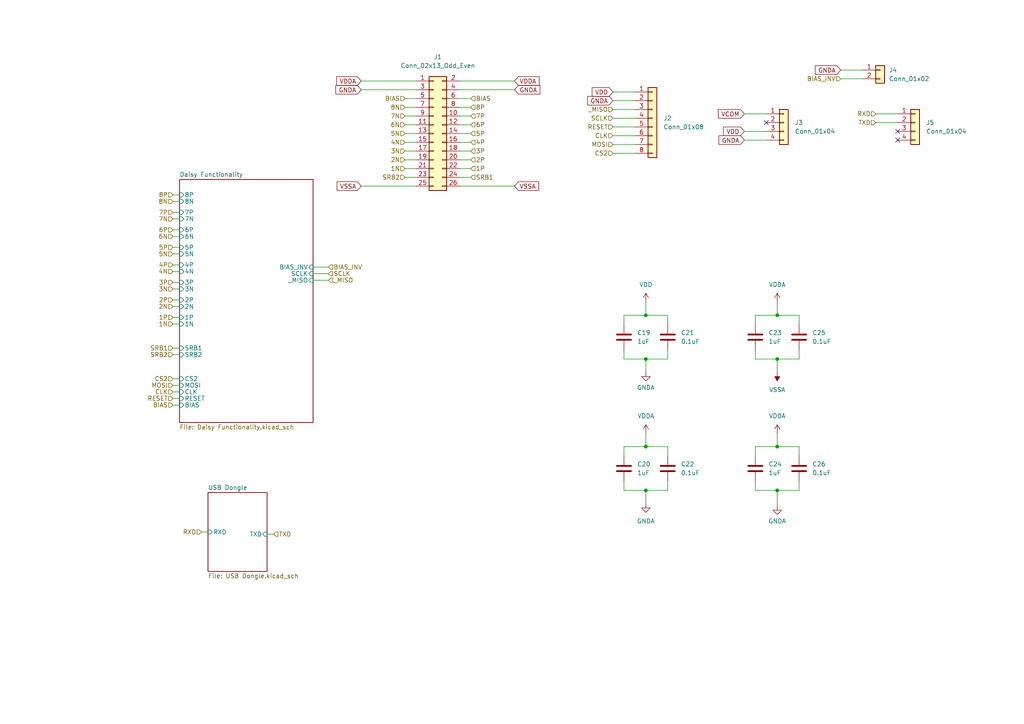
<source format=kicad_sch>
(kicad_sch (version 20211123) (generator eeschema)
  (paper "A4")
  (title_block (date "2023-01-05") (rev "A") (company "Brain-4ce"))
  (lib_symbols
    (symbol "Connector_Generic:Conn_01x02" (pin_names (offset 1.016) hide)
      (property "Reference" "J" (at 0 2.54 0))
      (property "Value" "Conn_01x02" (at 0 -5.08 0))
      (symbol "Conn_01x02_1_1"
        (rectangle (start -1.27 -2.413) (end 0 -2.667) (stroke (width 0.1524)))
        (rectangle (start -1.27 0.127) (end 0 -0.127) (stroke (width 0.1524)))
        (rectangle (start -1.27 1.27) (end 1.27 -3.81) (stroke (width 0.254)) (fill (type background)))
        (pin passive line (at -5.08 0 0) (length 3.81) (name "Pin_1") (number "1"))
        (pin passive line (at -5.08 -2.54 0) (length 3.81) (name "Pin_2") (number "2"))
      )
    )
    (symbol "Connector_Generic:Conn_01x04" (pin_names (offset 1.016) hide)
      (property "Reference" "J" (at 0 5.08 0))
      (property "Value" "Conn_01x04" (at 0 -7.62 0))
      (symbol "Conn_01x04_1_1"
        (rectangle (start -1.27 -4.953) (end 0 -5.207) (stroke (width 0.1524)))
        (rectangle (start -1.27 -2.413) (end 0 -2.667) (stroke (width 0.1524)))
        (rectangle (start -1.27 0.127) (end 0 -0.127) (stroke (width 0.1524)))
        (rectangle (start -1.27 2.667) (end 0 2.413) (stroke (width 0.1524)))
        (rectangle (start -1.27 3.81) (end 1.27 -6.35) (stroke (width 0.254)) (fill (type background)))
        (pin passive line (at -5.08 2.54 0) (length 3.81) (name "Pin_1") (number "1"))
        (pin passive line (at -5.08 0 0) (length 3.81) (name "Pin_2") (number "2"))
        (pin passive line (at -5.08 -2.54 0) (length 3.81) (name "Pin_3") (number "3"))
        (pin passive line (at -5.08 -5.08 0) (length 3.81) (name "Pin_4") (number "4"))
      )
    )
    (symbol "Connector_Generic:Conn_01x08" (pin_names (offset 1.016) hide)
      (property "Reference" "J" (at 0 10.16 0))
      (property "Value" "Conn_01x08" (at 0 -12.7 0))
      (symbol "Conn_01x08_1_1"
        (rectangle (start -1.27 -10.033) (end 0 -10.287) (stroke (width 0.1524)))
        (rectangle (start -1.27 -7.493) (end 0 -7.747) (stroke (width 0.1524)))
        (rectangle (start -1.27 -4.953) (end 0 -5.207) (stroke (width 0.1524)))
        (rectangle (start -1.27 -2.413) (end 0 -2.667) (stroke (width 0.1524)))
        (rectangle (start -1.27 0.127) (end 0 -0.127) (stroke (width 0.1524)))
        (rectangle (start -1.27 2.667) (end 0 2.413) (stroke (width 0.1524)))
        (rectangle (start -1.27 5.207) (end 0 4.953) (stroke (width 0.1524)))
        (rectangle (start -1.27 7.747) (end 0 7.493) (stroke (width 0.1524)))
        (rectangle (start -1.27 8.89) (end 1.27 -11.43) (stroke (width 0.254)) (fill (type background)))
        (pin passive line (at -5.08 7.62 0) (length 3.81) (name "Pin_1") (number "1"))
        (pin passive line (at -5.08 5.08 0) (length 3.81) (name "Pin_2") (number "2"))
        (pin passive line (at -5.08 2.54 0) (length 3.81) (name "Pin_3") (number "3"))
        (pin passive line (at -5.08 0 0) (length 3.81) (name "Pin_4") (number "4"))
        (pin passive line (at -5.08 -2.54 0) (length 3.81) (name "Pin_5") (number "5"))
        (pin passive line (at -5.08 -5.08 0) (length 3.81) (name "Pin_6") (number "6"))
        (pin passive line (at -5.08 -7.62 0) (length 3.81) (name "Pin_7") (number "7"))
        (pin passive line (at -5.08 -10.16 0) (length 3.81) (name "Pin_8") (number "8"))
      )
    )
    (symbol "Connector_Generic:Conn_02x13_Odd_Even" (pin_names (offset 1.016) hide)
      (property "Reference" "J" (at 1.27 17.78 0))
      (property "Value" "Conn_02x13_Odd_Even" (at 1.27 -17.78 0))
      (symbol "Conn_02x13_Odd_Even_1_1"
        (rectangle (start -1.27 -15.113) (end 0 -15.367) (stroke (width 0.1524)))
        (rectangle (start -1.27 -12.573) (end 0 -12.827) (stroke (width 0.1524)))
        (rectangle (start -1.27 -10.033) (end 0 -10.287) (stroke (width 0.1524)))
        (rectangle (start -1.27 -7.493) (end 0 -7.747) (stroke (width 0.1524)))
        (rectangle (start -1.27 -4.953) (end 0 -5.207) (stroke (width 0.1524)))
        (rectangle (start -1.27 -2.413) (end 0 -2.667) (stroke (width 0.1524)))
        (rectangle (start -1.27 0.127) (end 0 -0.127) (stroke (width 0.1524)))
        (rectangle (start -1.27 2.667) (end 0 2.413) (stroke (width 0.1524)))
        (rectangle (start -1.27 5.207) (end 0 4.953) (stroke (width 0.1524)))
        (rectangle (start -1.27 7.747) (end 0 7.493) (stroke (width 0.1524)))
        (rectangle (start -1.27 10.287) (end 0 10.033) (stroke (width 0.1524)))
        (rectangle (start -1.27 12.827) (end 0 12.573) (stroke (width 0.1524)))
        (rectangle (start -1.27 15.367) (end 0 15.113) (stroke (width 0.1524)))
        (rectangle (start -1.27 16.51) (end 3.81 -16.51) (stroke (width 0.254)) (fill (type background)))
        (rectangle (start 3.81 -15.113) (end 2.54 -15.367) (stroke (width 0.1524)))
        (rectangle (start 3.81 -12.573) (end 2.54 -12.827) (stroke (width 0.1524)))
        (rectangle (start 3.81 -10.033) (end 2.54 -10.287) (stroke (width 0.1524)))
        (rectangle (start 3.81 -7.493) (end 2.54 -7.747) (stroke (width 0.1524)))
        (rectangle (start 3.81 -4.953) (end 2.54 -5.207) (stroke (width 0.1524)))
        (rectangle (start 3.81 -2.413) (end 2.54 -2.667) (stroke (width 0.1524)))
        (rectangle (start 3.81 0.127) (end 2.54 -0.127) (stroke (width 0.1524)))
        (rectangle (start 3.81 2.667) (end 2.54 2.413) (stroke (width 0.1524)))
        (rectangle (start 3.81 5.207) (end 2.54 4.953) (stroke (width 0.1524)))
        (rectangle (start 3.81 7.747) (end 2.54 7.493) (stroke (width 0.1524)))
        (rectangle (start 3.81 10.287) (end 2.54 10.033) (stroke (width 0.1524)))
        (rectangle (start 3.81 12.827) (end 2.54 12.573) (stroke (width 0.1524)))
        (rectangle (start 3.81 15.367) (end 2.54 15.113) (stroke (width 0.1524)))
        (pin passive line (at -5.08 15.24 0) (length 3.81) (name "Pin_1") (number "1"))
        (pin passive line (at 7.62 5.08 180) (length 3.81) (name "Pin_10") (number "10"))
        (pin passive line (at -5.08 2.54 0) (length 3.81) (name "Pin_11") (number "11"))
        (pin passive line (at 7.62 2.54 180) (length 3.81) (name "Pin_12") (number "12"))
        (pin passive line (at -5.08 0 0) (length 3.81) (name "Pin_13") (number "13"))
        (pin passive line (at 7.62 0 180) (length 3.81) (name "Pin_14") (number "14"))
        (pin passive line (at -5.08 -2.54 0) (length 3.81) (name "Pin_15") (number "15"))
        (pin passive line (at 7.62 -2.54 180) (length 3.81) (name "Pin_16") (number "16"))
        (pin passive line (at -5.08 -5.08 0) (length 3.81) (name "Pin_17") (number "17"))
        (pin passive line (at 7.62 -5.08 180) (length 3.81) (name "Pin_18") (number "18"))
        (pin passive line (at -5.08 -7.62 0) (length 3.81) (name "Pin_19") (number "19"))
        (pin passive line (at 7.62 15.24 180) (length 3.81) (name "Pin_2") (number "2"))
        (pin passive line (at 7.62 -7.62 180) (length 3.81) (name "Pin_20") (number "20"))
        (pin passive line (at -5.08 -10.16 0) (length 3.81) (name "Pin_21") (number "21"))
        (pin passive line (at 7.62 -10.16 180) (length 3.81) (name "Pin_22") (number "22"))
        (pin passive line (at -5.08 -12.7 0) (length 3.81) (name "Pin_23") (number "23"))
        (pin passive line (at 7.62 -12.7 180) (length 3.81) (name "Pin_24") (number "24"))
        (pin passive line (at -5.08 -15.24 0) (length 3.81) (name "Pin_25") (number "25"))
        (pin passive line (at 7.62 -15.24 180) (length 3.81) (name "Pin_26") (number "26"))
        (pin passive line (at -5.08 12.7 0) (length 3.81) (name "Pin_3") (number "3"))
        (pin passive line (at 7.62 12.7 180) (length 3.81) (name "Pin_4") (number "4"))
        (pin passive line (at -5.08 10.16 0) (length 3.81) (name "Pin_5") (number "5"))
        (pin passive line (at 7.62 10.16 180) (length 3.81) (name "Pin_6") (number "6"))
        (pin passive line (at -5.08 7.62 0) (length 3.81) (name "Pin_7") (number "7"))
        (pin passive line (at 7.62 7.62 180) (length 3.81) (name "Pin_8") (number "8"))
        (pin passive line (at -5.08 5.08 0) (length 3.81) (name "Pin_9") (number "9"))
      )
    )
    (symbol "Device:C" (pin_numbers hide) (pin_names (offset 0.254))
      (property "Reference" "C" (at 0.635 2.54 0))
      (property "Value" "C" (at 0.635 -2.54 0))
      (symbol "C_0_1"
        (polyline (pts (xy -2.032 -0.762) (xy 2.032 -0.762)) (stroke (width 0.508)))
        (polyline (pts (xy -2.032 0.762) (xy 2.032 0.762)) (stroke (width 0.508)))
      )
      (symbol "C_1_1"
        (pin passive line (at 0 3.81 270) (length 2.794) (name "~") (number "1"))
        (pin passive line (at 0 -3.81 90) (length 2.794) (name "~") (number "2"))
      )
    )
    (symbol "power:GNDA" (power) (pin_names (offset 0))
      (property "Value" "GNDA" (at 0 -3.81 0))
      (symbol "GNDA_0_1"
        (polyline (pts (xy 0 0) (xy 0 -1.27) (xy 1.27 -1.27) (xy 0 -2.54) (xy -1.27 -1.27) (xy 0 -1.27)))
      )
      (symbol "GNDA_1_1"
        (pin power_in line (at 0 0 270) (length 0) hide (name "GNDA") (number "1"))
      )
    )
    (symbol "power:VDD" (power) (pin_names (offset 0))
      (property "Value" "VDD" (at 0 3.81 0))
      (symbol "VDD_0_1"
        (polyline (pts (xy -0.762 1.27) (xy 0 2.54)))
        (polyline (pts (xy 0 0) (xy 0 2.54)))
        (polyline (pts (xy 0 2.54) (xy 0.762 1.27)))
      )
      (symbol "VDD_1_1"
        (pin power_in line (at 0 0 90) (length 0) hide (name "VDD") (number "1"))
      )
    )
    (symbol "power:VDDA" (power) (pin_names (offset 0))
      (property "Value" "VDDA" (at 0 3.81 0))
      (symbol "VDDA_0_1"
        (polyline (pts (xy -0.762 1.27) (xy 0 2.54)))
        (polyline (pts (xy 0 0) (xy 0 2.54)))
        (polyline (pts (xy 0 2.54) (xy 0.762 1.27)))
      )
      (symbol "VDDA_1_1"
        (pin power_in line (at 0 0 90) (length 0) hide (name "VDDA") (number "1"))
      )
    )
    (symbol "power:VSSA" (power) (pin_names (offset 0))
      (property "Value" "VSSA" (at 0 3.81 0))
      (symbol "VSSA_0_1"
        (polyline (pts (xy 0 0) (xy 0 2.54)))
        (polyline (pts (xy 0.762 1.27) (xy -0.762 1.27) (xy 0 2.54) (xy 0.762 1.27)) (fill (type outline)))
      )
      (symbol "VSSA_1_1"
        (pin power_in line (at 0 0 90) (length 0) hide (name "VSSA") (number "1"))
      )
    )
  )
  (junction (at 225.425 129.54))
  (junction (at 187.325 104.14))
  (junction (at 225.425 104.14))
  (junction (at 225.425 142.24))
  (junction (at 225.425 91.44))
  (junction (at 187.325 91.44))
  (junction (at 187.325 129.54))
  (junction (at 187.325 142.24))
  (no_connect (at 222.25 35.56))
  (no_connect (at 260.35 40.64))
  (no_connect (at 260.35 38.1))
  (wire (pts (xy 180.975 142.24) (xy 187.325 142.24)))
  (wire (pts (xy 117.475 46.355) (xy 120.65 46.355)))
  (wire (pts (xy 243.84 20.32) (xy 250.19 20.32)))
  (wire (pts (xy 193.675 142.24) (xy 193.675 139.7)))
  (wire (pts (xy 225.425 104.14) (xy 231.775 104.14)))
  (wire (pts (xy 225.425 91.44) (xy 231.775 91.44)))
  (wire (pts (xy 177.8 39.37) (xy 184.15 39.37)))
  (wire (pts (xy 50.165 93.98) (xy 52.07 93.98)))
  (wire (pts (xy 219.075 104.14) (xy 225.425 104.14)))
  (wire (pts (xy 50.165 76.835) (xy 52.07 76.835)))
  (wire (pts (xy 177.8 44.45) (xy 184.15 44.45)))
  (wire (pts (xy 180.975 101.6) (xy 180.975 104.14)))
  (wire (pts (xy 180.975 139.7) (xy 180.975 142.24)))
  (wire (pts (xy 219.075 91.44) (xy 225.425 91.44)))
  (wire (pts (xy 225.425 129.54) (xy 231.775 129.54)))
  (wire (pts (xy 104.775 23.495) (xy 120.65 23.495)))
  (wire (pts (xy 133.35 26.035) (xy 149.225 26.035)))
  (wire (pts (xy 219.075 142.24) (xy 225.425 142.24)))
  (wire (pts (xy 187.325 142.24) (xy 193.675 142.24)))
  (wire (pts (xy 117.475 33.655) (xy 120.65 33.655)))
  (wire (pts (xy 231.775 142.24) (xy 231.775 139.7)))
  (wire (pts (xy 117.475 31.115) (xy 120.65 31.115)))
  (wire (pts (xy 177.8 26.67) (xy 184.15 26.67)))
  (wire (pts (xy 187.325 87.63) (xy 187.325 91.44)))
  (wire (pts (xy 180.975 91.44) (xy 187.325 91.44)))
  (wire (pts (xy 104.775 26.035) (xy 120.65 26.035)))
  (wire (pts (xy 180.975 132.08) (xy 180.975 129.54)))
  (wire (pts (xy 50.165 109.855) (xy 52.07 109.855)))
  (wire (pts (xy 136.525 38.735) (xy 133.35 38.735)))
  (wire (pts (xy 219.075 139.7) (xy 219.075 142.24)))
  (wire (pts (xy 50.165 88.9) (xy 52.07 88.9)))
  (wire (pts (xy 136.525 36.195) (xy 133.35 36.195)))
  (wire (pts (xy 77.47 154.94) (xy 79.375 154.94)))
  (wire (pts (xy 225.425 142.24) (xy 231.775 142.24)))
  (wire (pts (xy 136.525 31.115) (xy 133.35 31.115)))
  (wire (pts (xy 187.325 125.73) (xy 187.325 129.54)))
  (wire (pts (xy 136.525 41.275) (xy 133.35 41.275)))
  (wire (pts (xy 50.165 81.915) (xy 52.07 81.915)))
  (wire (pts (xy 136.525 43.815) (xy 133.35 43.815)))
  (wire (pts (xy 50.165 66.675) (xy 52.07 66.675)))
  (wire (pts (xy 136.525 51.435) (xy 133.35 51.435)))
  (wire (pts (xy 187.325 142.24) (xy 187.325 146.05)))
  (wire (pts (xy 50.165 61.595) (xy 52.07 61.595)))
  (wire (pts (xy 180.975 129.54) (xy 187.325 129.54)))
  (wire (pts (xy 219.075 101.6) (xy 219.075 104.14)))
  (wire (pts (xy 215.9 33.02) (xy 222.25 33.02)))
  (wire (pts (xy 117.475 41.275) (xy 120.65 41.275)))
  (wire (pts (xy 104.775 53.975) (xy 120.65 53.975)))
  (wire (pts (xy 58.42 154.305) (xy 60.325 154.305)))
  (wire (pts (xy 219.075 93.98) (xy 219.075 91.44)))
  (wire (pts (xy 136.525 46.355) (xy 133.35 46.355)))
  (wire (pts (xy 225.425 87.63) (xy 225.425 91.44)))
  (wire (pts (xy 193.675 91.44) (xy 193.675 93.98)))
  (wire (pts (xy 180.975 93.98) (xy 180.975 91.44)))
  (wire (pts (xy 117.475 43.815) (xy 120.65 43.815)))
  (wire (pts (xy 50.165 83.82) (xy 52.07 83.82)))
  (wire (pts (xy 133.35 23.495) (xy 149.225 23.495)))
  (wire (pts (xy 136.525 28.575) (xy 133.35 28.575)))
  (wire (pts (xy 117.475 28.575) (xy 120.65 28.575)))
  (wire (pts (xy 50.165 115.57) (xy 52.07 115.57)))
  (wire (pts (xy 50.165 78.74) (xy 52.07 78.74)))
  (wire (pts (xy 187.325 91.44) (xy 193.675 91.44)))
  (wire (pts (xy 177.8 31.75) (xy 184.15 31.75)))
  (wire (pts (xy 50.165 63.5) (xy 52.07 63.5)))
  (wire (pts (xy 117.475 36.195) (xy 120.65 36.195)))
  (wire (pts (xy 193.675 129.54) (xy 193.675 132.08)))
  (wire (pts (xy 254 33.02) (xy 260.35 33.02)))
  (wire (pts (xy 187.325 104.14) (xy 187.325 107.95)))
  (wire (pts (xy 225.425 125.73) (xy 225.425 129.54)))
  (wire (pts (xy 90.805 81.28) (xy 95.25 81.28)))
  (wire (pts (xy 177.8 29.21) (xy 184.15 29.21)))
  (wire (pts (xy 177.8 36.83) (xy 184.15 36.83)))
  (wire (pts (xy 50.165 111.76) (xy 52.07 111.76)))
  (wire (pts (xy 50.165 56.515) (xy 52.07 56.515)))
  (wire (pts (xy 117.475 51.435) (xy 120.65 51.435)))
  (wire (pts (xy 90.805 77.47) (xy 95.25 77.47)))
  (wire (pts (xy 50.165 102.87) (xy 52.07 102.87)))
  (wire (pts (xy 243.84 22.86) (xy 250.19 22.86)))
  (wire (pts (xy 50.165 71.755) (xy 52.07 71.755)))
  (wire (pts (xy 225.425 142.24) (xy 225.425 146.685)))
  (wire (pts (xy 225.425 104.14) (xy 225.425 107.95)))
  (wire (pts (xy 117.475 48.895) (xy 120.65 48.895)))
  (wire (pts (xy 231.775 91.44) (xy 231.775 93.98)))
  (wire (pts (xy 50.165 92.075) (xy 52.07 92.075)))
  (wire (pts (xy 215.9 38.1) (xy 222.25 38.1)))
  (wire (pts (xy 177.8 34.29) (xy 184.15 34.29)))
  (wire (pts (xy 136.525 48.895) (xy 133.35 48.895)))
  (wire (pts (xy 187.325 129.54) (xy 193.675 129.54)))
  (wire (pts (xy 219.075 132.08) (xy 219.075 129.54)))
  (wire (pts (xy 50.165 100.965) (xy 52.07 100.965)))
  (wire (pts (xy 215.9 40.64) (xy 222.25 40.64)))
  (wire (pts (xy 50.165 86.995) (xy 52.07 86.995)))
  (wire (pts (xy 50.165 73.66) (xy 52.07 73.66)))
  (wire (pts (xy 50.165 117.475) (xy 52.07 117.475)))
  (wire (pts (xy 90.805 79.375) (xy 95.25 79.375)))
  (wire (pts (xy 187.325 104.14) (xy 193.675 104.14)))
  (wire (pts (xy 193.675 104.14) (xy 193.675 101.6)))
  (wire (pts (xy 254 35.56) (xy 260.35 35.56)))
  (wire (pts (xy 177.8 41.91) (xy 184.15 41.91)))
  (wire (pts (xy 50.165 58.42) (xy 52.07 58.42)))
  (wire (pts (xy 136.525 33.655) (xy 133.35 33.655)))
  (wire (pts (xy 219.075 129.54) (xy 225.425 129.54)))
  (wire (pts (xy 117.475 38.735) (xy 120.65 38.735)))
  (wire (pts (xy 149.225 53.975) (xy 133.35 53.975)))
  (wire (pts (xy 231.775 129.54) (xy 231.775 132.08)))
  (wire (pts (xy 231.775 104.14) (xy 231.775 101.6)))
  (wire (pts (xy 50.165 68.58) (xy 52.07 68.58)))
  (wire (pts (xy 180.975 104.14) (xy 187.325 104.14)))
  (wire (pts (xy 50.165 113.665) (xy 52.07 113.665)))
  (global_label "GNDA" (shape input) (at 215.9 40.64 180) (property "Intersheet References" "${INTERSHEET_REFS}" (effects hide)))
  (global_label "VSSA" (shape input) (at 104.775 53.975 180) (property "Intersheet References" "${INTERSHEET_REFS}" (effects hide)))
  (global_label "VDDA" (shape input) (at 104.775 23.495 180) (property "Intersheet References" "${INTERSHEET_REFS}" (effects hide)))
  (global_label "GNDA" (shape input) (at 104.775 26.035 180) (property "Intersheet References" "${INTERSHEET_REFS}" (effects hide)))
  (global_label "VDDA" (shape input) (at 149.225 23.495 0) (property "Intersheet References" "${INTERSHEET_REFS}" (effects hide)))
  (global_label "VDD" (shape input) (at 215.9 38.1 180) (property "Intersheet References" "${INTERSHEET_REFS}" (effects hide)))
  (global_label "GNDA" (shape input) (at 149.225 26.035 0) (property "Intersheet References" "${INTERSHEET_REFS}" (effects hide)))
  (global_label "VSSA" (shape input) (at 149.225 53.975 0) (property "Intersheet References" "${INTERSHEET_REFS}" (effects hide)))
  (global_label "GNDA" (shape input) (at 177.8 29.21 180) (property "Intersheet References" "${INTERSHEET_REFS}" (effects hide)))
  (global_label "VCOM" (shape input) (at 215.9 33.02 180) (property "Intersheet References" "${INTERSHEET_REFS}" (effects hide)))
  (global_label "VDD" (shape input) (at 177.8 26.67 180) (property "Intersheet References" "${INTERSHEET_REFS}" (effects hide)))
  (global_label "GNDA" (shape input) (at 243.84 20.32 180) (property "Intersheet References" "${INTERSHEET_REFS}" (effects hide)))
  (hierarchical_label "RXD" (shape input) (at 254 33.02 180))
  (hierarchical_label "RESET" (shape input) (at 50.165 115.57 180))
  (hierarchical_label "2N" (shape input) (at 117.475 46.355 180))
  (hierarchical_label "MOSI" (shape input) (at 50.165 111.76 180))
  (hierarchical_label "_MISO" (shape input) (at 95.25 81.28 0))
  (hierarchical_label "RXD" (shape input) (at 58.42 154.305 180))
  (hierarchical_label "BIAS" (shape input) (at 136.525 28.575 0))
  (hierarchical_label "8N" (shape input) (at 117.475 31.115 180))
  (hierarchical_label "7P" (shape input) (at 50.165 61.595 180))
  (hierarchical_label "1P" (shape input) (at 136.525 48.895 0))
  (hierarchical_label "6N" (shape input) (at 50.165 68.58 180))
  (hierarchical_label "SRB1" (shape input) (at 50.165 100.965 180))
  (hierarchical_label "5P" (shape input) (at 50.165 71.755 180))
  (hierarchical_label "BIAS_INV" (shape input) (at 95.25 77.47 0))
  (hierarchical_label "5N" (shape input) (at 50.165 73.66 180))
  (hierarchical_label "_MISO" (shape input) (at 177.8 31.75 180))
  (hierarchical_label "CS2" (shape input) (at 50.165 109.855 180))
  (hierarchical_label "2P" (shape input) (at 50.165 86.995 180))
  (hierarchical_label "CLK" (shape input) (at 50.165 113.665 180))
  (hierarchical_label "4P" (shape input) (at 136.525 41.275 0))
  (hierarchical_label "CS2" (shape input) (at 177.8 44.45 180))
  (hierarchical_label "1N" (shape input) (at 117.475 48.895 180))
  (hierarchical_label "6N" (shape input) (at 117.475 36.195 180))
  (hierarchical_label "6P" (shape input) (at 136.525 36.195 0))
  (hierarchical_label "1P" (shape input) (at 50.165 92.075 180))
  (hierarchical_label "BIAS_INV" (shape input) (at 243.84 22.86 180))
  (hierarchical_label "TXD" (shape input) (at 79.375 154.94 0))
  (hierarchical_label "7P" (shape input) (at 136.525 33.655 0))
  (hierarchical_label "8P" (shape input) (at 136.525 31.115 0))
  (hierarchical_label "MOSI" (shape input) (at 177.8 41.91 180))
  (hierarchical_label "5P" (shape input) (at 136.525 38.735 0))
  (hierarchical_label "CLK" (shape input) (at 177.8 39.37 180))
  (hierarchical_label "BIAS" (shape input) (at 50.165 117.475 180))
  (hierarchical_label "4N" (shape input) (at 50.165 78.74 180))
  (hierarchical_label "4P" (shape input) (at 50.165 76.835 180))
  (hierarchical_label "SCLK" (shape input) (at 95.25 79.375 0))
  (hierarchical_label "TXD" (shape input) (at 254 35.56 180))
  (hierarchical_label "3N" (shape input) (at 117.475 43.815 180))
  (hierarchical_label "5N" (shape input) (at 117.475 38.735 180))
  (hierarchical_label "SRB2" (shape input) (at 50.165 102.87 180))
  (hierarchical_label "2N" (shape input) (at 50.165 88.9 180))
  (hierarchical_label "6P" (shape input) (at 50.165 66.675 180))
  (hierarchical_label "1N" (shape input) (at 50.165 93.98 180))
  (hierarchical_label "SCLK" (shape input) (at 177.8 34.29 180))
  (hierarchical_label "2P" (shape input) (at 136.525 46.355 0))
  (hierarchical_label "8N" (shape input) (at 50.165 58.42 180))
  (hierarchical_label "SRB2" (shape input) (at 117.475 51.435 180))
  (hierarchical_label "RESET" (shape input) (at 177.8 36.83 180))
  (hierarchical_label "BIAS" (shape input) (at 117.475 28.575 180))
  (hierarchical_label "3P" (shape input) (at 50.165 81.915 180))
  (hierarchical_label "3P" (shape input) (at 136.525 43.815 0))
  (hierarchical_label "3N" (shape input) (at 50.165 83.82 180))
  (hierarchical_label "7N" (shape input) (at 117.475 33.655 180))
  (hierarchical_label "SRB1" (shape input) (at 136.525 51.435 0))
  (hierarchical_label "7N" (shape input) (at 50.165 63.5 180))
  (hierarchical_label "4N" (shape input) (at 117.475 41.275 180))
  (hierarchical_label "8P" (shape input) (at 50.165 56.515 180))
  (symbol (lib_id "power:GNDA") (at 187.325 146.05 0) (unit 1)
    (property "Reference" "#PWR04" (effects hide))
    (property "Value" "GNDA" (at 187.325 151.13 0))
  )
  (symbol (lib_id "power:GNDA") (at 225.425 146.685 0) (unit 1)
    (property "Reference" "#PWR08" (effects hide))
    (property "Value" "GNDA" (at 225.425 151.13 0))
  )
  (symbol (lib_id "power:VDDA") (at 187.325 125.73 0) (unit 1)
    (property "Reference" "#PWR03" (effects hide))
    (property "Value" "VDDA" (at 187.325 120.65 0))
  )
  (symbol (lib_id "Connector_Generic:Conn_01x02") (at 255.27 20.32 0) (unit 1)
    (property "Reference" "J4" (at 257.81 20.3199 0) (effects (justify left)))
    (property "Value" "Conn_01x02" (at 257.81 22.8599 0) (effects (justify left)))
  )
  (symbol (lib_id "power:VDD") (at 187.325 87.63 0) (unit 1)
    (property "Reference" "#PWR01" (effects hide))
    (property "Value" "VDD" (at 187.325 82.55 0))
  )
  (symbol (lib_id "Device:C") (at 193.675 135.89 0) (unit 1)
    (property "Reference" "C22" (at 197.485 134.6199 0) (effects (justify left)))
    (property "Value" "0.1uF" (at 197.485 137.1599 0) (effects (justify left)))
  )
  (symbol (lib_id "Connector_Generic:Conn_01x08") (at 189.23 34.29 0) (unit 1)
    (property "Reference" "J2" (at 192.405 34.2899 0) (effects (justify left)))
    (property "Value" "Conn_01x08" (at 192.405 36.8299 0) (effects (justify left)))
  )
  (symbol (lib_id "Device:C") (at 231.775 135.89 0) (unit 1)
    (property "Reference" "C26" (at 235.585 134.6199 0) (effects (justify left)))
    (property "Value" "0.1uF" (at 235.585 137.1599 0) (effects (justify left)))
  )
  (symbol (lib_id "power:GNDA") (at 187.325 107.95 0) (unit 1)
    (property "Reference" "#PWR02" (effects hide))
    (property "Value" "GNDA" (at 187.325 112.395 0))
  )
  (symbol (lib_id "Device:C") (at 219.075 97.79 0) (unit 1)
    (property "Reference" "C23" (at 222.885 96.5199 0) (effects (justify left)))
    (property "Value" "1uF" (at 222.885 99.0599 0) (effects (justify left)))
  )
  (symbol (lib_id "Device:C") (at 193.675 97.79 0) (unit 1)
    (property "Reference" "C21" (at 197.485 96.5199 0) (effects (justify left)))
    (property "Value" "0.1uF" (at 197.485 99.0599 0) (effects (justify left)))
  )
  (symbol (lib_id "power:VDDA") (at 225.425 87.63 0) (unit 1)
    (property "Reference" "#PWR05" (effects hide))
    (property "Value" "VDDA" (at 225.425 82.55 0))
  )
  (symbol (lib_id "power:VDDA") (at 225.425 125.73 0) (unit 1)
    (property "Reference" "#PWR07" (effects hide))
    (property "Value" "VDDA" (at 225.425 120.65 0))
  )
  (symbol (lib_id "Device:C") (at 180.975 97.79 0) (unit 1)
    (property "Reference" "C19" (at 184.785 96.5199 0) (effects (justify left)))
    (property "Value" "1uF" (at 184.785 99.0599 0) (effects (justify left)))
  )
  (symbol (lib_id "Connector_Generic:Conn_02x13_Odd_Even") (at 125.73 38.735 0) (unit 1)
    (property "Reference" "J1" (at 127 16.51 0))
    (property "Value" "Conn_02x13_Odd_Even" (at 127 19.05 0))
  )
  (symbol (lib_id "Device:C") (at 219.075 135.89 0) (unit 1)
    (property "Reference" "C24" (at 222.885 134.6199 0) (effects (justify left)))
    (property "Value" "1uF" (at 222.885 137.1599 0) (effects (justify left)))
  )
  (symbol (lib_id "power:VSSA") (at 225.425 107.95 180) (unit 1)
    (property "Reference" "#PWR06" (effects hide))
    (property "Value" "VSSA" (at 225.425 113.03 0))
  )
  (symbol (lib_id "Device:C") (at 231.775 97.79 0) (unit 1)
    (property "Reference" "C25" (at 235.585 96.5199 0) (effects (justify left)))
    (property "Value" "0.1uF" (at 235.585 99.0599 0) (effects (justify left)))
  )
  (symbol (lib_id "Device:C") (at 180.975 135.89 0) (unit 1)
    (property "Reference" "C20" (at 184.785 134.6199 0) (effects (justify left)))
    (property "Value" "1uF" (at 184.785 137.1599 0) (effects (justify left)))
  )
  (symbol (lib_id "Connector_Generic:Conn_01x04") (at 265.43 35.56 0) (unit 1)
    (property "Reference" "J5" (at 268.605 35.5599 0) (effects (justify left)))
    (property "Value" "Conn_01x04" (at 268.605 38.0999 0) (effects (justify left)))
  )
  (symbol (lib_id "Connector_Generic:Conn_01x04") (at 227.33 35.56 0) (unit 1)
    (property "Reference" "J3" (at 230.505 35.5599 0) (effects (justify left)))
    (property "Value" "Conn_01x04" (at 230.505 38.0999 0) (effects (justify left)))
  )
  (sheet (at 52.07 52.07) (size 38.735 70.485) (stroke (width 0.1524))
    (property "Sheet name" "Daisy Functionality" (at 52.07 51.3584 0) (effects (justify left bottom)))
    (property "Sheet file" "Daisy Functionality.kicad_sch" (at 52.07 123.1396 0) (effects (justify left top)))
    (pin "BIAS" input (at 52.07 117.475 180))
    (pin "5N" input (at 52.07 73.66 180))
    (pin "7N" input (at 52.07 63.5 180))
    (pin "6N" input (at 52.07 68.58 180))
    (pin "7P" input (at 52.07 61.595 180))
    (pin "6P" input (at 52.07 66.675 180))
    (pin "4N" input (at 52.07 78.74 180))
    (pin "5P" input (at 52.07 71.755 180))
    (pin "8N" input (at 52.07 58.42 180))
    (pin "8P" input (at 52.07 56.515 180))
    (pin "3N" input (at 52.07 83.82 180))
    (pin "1P" input (at 52.07 92.075 180))
    (pin "SRB2" input (at 52.07 102.87 180))
    (pin "1N" input (at 52.07 93.98 180))
    (pin "2N" input (at 52.07 88.9 180))
    (pin "SRB1" input (at 52.07 100.965 180))
    (pin "2P" input (at 52.07 86.995 180))
    (pin "3P" input (at 52.07 81.915 180))
    (pin "4P" input (at 52.07 76.835 180))
    (pin "BIAS_INV" input (at 90.805 77.47 0))
    (pin "MOSI" input (at 52.07 111.76 180))
    (pin "SCLK" input (at 90.805 79.375 0))
    (pin "CS2" input (at 52.07 109.855 180))
    (pin "_MISO" input (at 90.805 81.28 0))
    (pin "CLK" input (at 52.07 113.665 180))
    (pin "RESET" input (at 52.07 115.57 180))
  )
  (sheet (at 60.325 142.875) (size 17.145 22.86) (stroke (width 0.1524))
    (property "Sheet name" "USB Dongle" (at 60.325 142.1634 0) (effects (justify left bottom)))
    (property "Sheet file" "USB Dongle.kicad_sch" (at 60.325 166.3196 0) (effects (justify left top)))
    (pin "TXD" input (at 77.47 154.94 0))
    (pin "RXD" input (at 60.325 154.305 180))
  )
)
</source>
